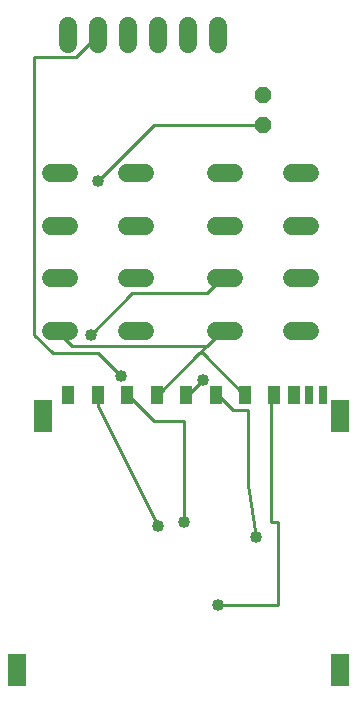
<source format=gbr>
G75*
%MOIN*%
%OFA0B0*%
%FSLAX24Y24*%
%IPPOS*%
%LPD*%
%AMOC8*
5,1,8,0,0,1.08239X$1,22.5*
%
%ADD10R,0.0394X0.0591*%
%ADD11R,0.0276X0.0591*%
%ADD12R,0.0591X0.1102*%
%ADD13C,0.0600*%
%ADD14OC8,0.0520*%
%ADD15C,0.0100*%
%ADD16C,0.0400*%
D10*
X014100Y015100D03*
X015084Y015100D03*
X016069Y015100D03*
X017053Y015100D03*
X018037Y015100D03*
X019021Y015100D03*
X020006Y015100D03*
X020960Y015100D03*
X021630Y015100D03*
D11*
X022141Y015100D03*
X022614Y015100D03*
D12*
X012410Y005927D03*
X013276Y014391D03*
X023158Y014391D03*
X023158Y005927D03*
D13*
X022180Y017210D02*
X021580Y017210D01*
X021580Y018990D02*
X022180Y018990D01*
X022180Y020710D02*
X021580Y020710D01*
X021580Y022490D02*
X022180Y022490D01*
X019620Y022490D02*
X019020Y022490D01*
X019020Y020710D02*
X019620Y020710D01*
X019620Y018990D02*
X019020Y018990D01*
X019020Y017210D02*
X019620Y017210D01*
X016680Y017210D02*
X016080Y017210D01*
X016080Y018990D02*
X016680Y018990D01*
X016680Y020710D02*
X016080Y020710D01*
X016080Y022490D02*
X016680Y022490D01*
X014120Y022490D02*
X013520Y022490D01*
X013520Y020710D02*
X014120Y020710D01*
X014120Y018990D02*
X013520Y018990D01*
X013520Y017210D02*
X014120Y017210D01*
X014100Y026800D02*
X014100Y027400D01*
X015100Y027400D02*
X015100Y026800D01*
X016100Y026800D02*
X016100Y027400D01*
X017100Y027400D02*
X017100Y026800D01*
X018100Y026800D02*
X018100Y027400D01*
X019100Y027400D02*
X019100Y026800D01*
D14*
X020600Y025100D03*
X020600Y024100D03*
D15*
X016975Y024100D01*
X015100Y022225D01*
X018725Y018475D02*
X019225Y018975D01*
X019320Y018990D01*
X018725Y018475D02*
X016225Y018475D01*
X014850Y017100D01*
X015100Y016475D02*
X013600Y016475D01*
X012975Y017100D01*
X012975Y026350D01*
X014350Y026350D01*
X015100Y027100D01*
X013820Y017210D02*
X013850Y017100D01*
X014225Y016725D01*
X018725Y016725D01*
X018475Y016475D01*
X018600Y016475D01*
X019975Y015100D01*
X020006Y015100D01*
X020100Y014600D02*
X019600Y014600D01*
X019100Y015100D01*
X019021Y015100D01*
X018600Y015600D02*
X018100Y015100D01*
X018037Y015100D01*
X017100Y015100D02*
X017053Y015100D01*
X017100Y015100D02*
X018475Y016475D01*
X018725Y016725D02*
X019100Y017100D01*
X019225Y017100D01*
X019320Y017210D01*
X020850Y015100D02*
X020960Y015100D01*
X020850Y015100D02*
X020850Y010850D01*
X021100Y010850D01*
X021100Y008100D01*
X019100Y008100D01*
X020350Y010350D02*
X020100Y012100D01*
X020100Y014600D01*
X017975Y014225D02*
X016975Y014225D01*
X016100Y015100D01*
X016069Y015100D01*
X015850Y015725D02*
X015100Y016475D01*
X015100Y015100D02*
X015084Y015100D01*
X015100Y015100D02*
X015100Y014725D01*
X017100Y010725D01*
X017975Y010850D02*
X017975Y014225D01*
D16*
X018600Y015600D03*
X015850Y015725D03*
X014850Y017100D03*
X015100Y022225D03*
X017975Y010850D03*
X017100Y010725D03*
X020350Y010350D03*
X019100Y008100D03*
M02*

</source>
